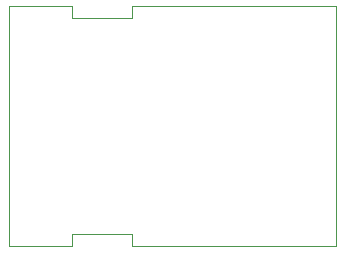
<source format=gbr>
G04 #@! TF.FileFunction,Profile,NP*
%FSLAX46Y46*%
G04 Gerber Fmt 4.6, Leading zero omitted, Abs format (unit mm)*
G04 Created by KiCad (PCBNEW 4.0.7) date Sun Apr 29 11:31:08 2018*
%MOMM*%
%LPD*%
G01*
G04 APERTURE LIST*
%ADD10C,0.100000*%
G04 APERTURE END LIST*
D10*
X133604000Y-111760000D02*
X128270000Y-111760000D01*
X133604000Y-91440000D02*
X128270000Y-91440000D01*
X138684000Y-110744000D02*
X138684000Y-111760000D01*
X133604000Y-110744000D02*
X138684000Y-110744000D01*
X133604000Y-111760000D02*
X133604000Y-110744000D01*
X138684000Y-92456000D02*
X138684000Y-91440000D01*
X133604000Y-92456000D02*
X138684000Y-92456000D01*
X133604000Y-91440000D02*
X133604000Y-92456000D01*
X156000000Y-91440000D02*
X156000000Y-111760000D01*
X138684000Y-91440000D02*
X156000000Y-91440000D01*
X128270000Y-111760000D02*
X128270000Y-91440000D01*
X156000000Y-111760000D02*
X138684000Y-111760000D01*
M02*

</source>
